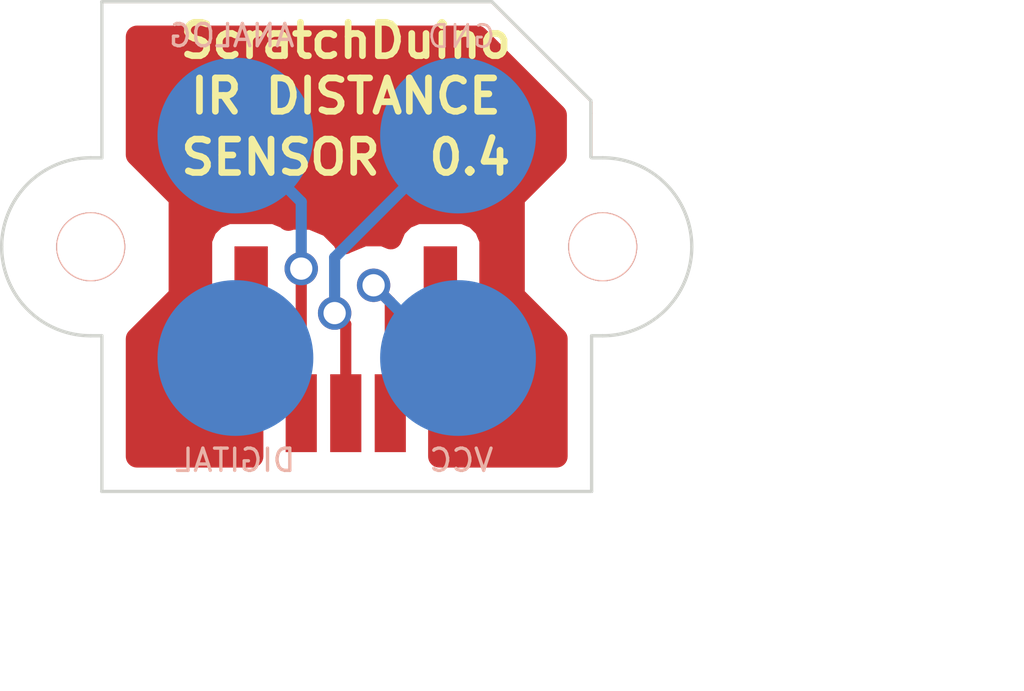
<source format=kicad_pcb>
(kicad_pcb (version 3) (host pcbnew "(2013-may-18)-stable")

  (general
    (links 3)
    (no_connects 0)
    (area 13.488999 31.464999 59.829 63.579)
    (thickness 1.6)
    (drawings 18)
    (tracks 16)
    (zones 0)
    (modules 2)
    (nets 4)
  )

  (page A3)
  (layers
    (15 F.Cu signal)
    (0 B.Cu signal)
    (16 B.Adhes user hide)
    (17 F.Adhes user hide)
    (18 B.Paste user)
    (19 F.Paste user)
    (20 B.SilkS user)
    (21 F.SilkS user)
    (22 B.Mask user hide)
    (23 F.Mask user)
    (24 Dwgs.User user hide)
    (25 Cmts.User user hide)
    (26 Eco1.User user hide)
    (27 Eco2.User user hide)
    (28 Edge.Cuts user)
  )

  (setup
    (last_trace_width 0.5)
    (trace_clearance 0.254)
    (zone_clearance 1)
    (zone_45_only no)
    (trace_min 0.254)
    (segment_width 0.2)
    (edge_width 0.15)
    (via_size 1.5)
    (via_drill 1)
    (via_min_size 0.889)
    (via_min_drill 0.508)
    (uvia_size 0.508)
    (uvia_drill 0.127)
    (uvias_allowed no)
    (uvia_min_size 0.508)
    (uvia_min_drill 0.127)
    (pcb_text_width 0.3)
    (pcb_text_size 1.5 1.5)
    (mod_edge_width 0.15)
    (mod_text_size 1.5 1.5)
    (mod_text_width 0.15)
    (pad_size 1.5 3.4)
    (pad_drill 0)
    (pad_to_mask_clearance 0.2)
    (aux_axis_origin 0 0)
    (visible_elements FFFFFFBF)
    (pcbplotparams
      (layerselection 284983297)
      (usegerberextensions false)
      (excludeedgelayer true)
      (linewidth 0.100000)
      (plotframeref false)
      (viasonmask false)
      (mode 1)
      (useauxorigin false)
      (hpglpennumber 1)
      (hpglpenspeed 20)
      (hpglpendiameter 15)
      (hpglpenoverlay 2)
      (psnegative false)
      (psa4output false)
      (plotreference true)
      (plotvalue true)
      (plotothertext true)
      (plotinvisibletext false)
      (padsonsilk false)
      (subtractmaskfromsilk false)
      (outputformat 1)
      (mirror false)
      (drillshape 0)
      (scaleselection 1)
      (outputdirectory PCB/))
  )

  (net 0 "")
  (net 1 N-000002)
  (net 2 N-000003)
  (net 3 N-000004)

  (net_class Default "Это класс цепей по умолчанию."
    (clearance 0.254)
    (trace_width 0.5)
    (via_dia 1.5)
    (via_drill 1)
    (uvia_dia 0.508)
    (uvia_drill 0.127)
    (add_net "")
    (add_net N-000002)
    (add_net N-000003)
    (add_net N-000004)
  )

  (module SENSOR (layer B.Cu) (tedit 562EF55B) (tstamp 56394494)
    (at 40.793 54.269 180)
    (path /55D7B367)
    (fp_text reference P3 (at 11.43 2.54 180) (layer B.SilkS) hide
      (effects (font (size 1 1) (thickness 0.15)) (justify mirror))
    )
    (fp_text value "" (at 11.293 21.269 180) (layer B.SilkS)
      (effects (font (size 1 1) (thickness 0.15)) (justify mirror))
    )
    (fp_text user DIGITAL (at 16.51 1.905 180) (layer B.SilkS)
      (effects (font (size 1 1) (thickness 0.15)) (justify mirror))
    )
    (fp_text user VCC (at 6.35 1.905 180) (layer B.SilkS)
      (effects (font (size 1 1) (thickness 0.15)) (justify mirror))
    )
    (fp_text user ANALOG (at 16.663 20.995 180) (layer B.SilkS)
      (effects (font (size 1 1) (thickness 0.15)) (justify mirror))
    )
    (fp_text user GND (at 6.35 20.955 180) (layer B.SilkS)
      (effects (font (size 1 1) (thickness 0.125)) (justify mirror))
    )
    (fp_line (start 23 15.5) (end 22.5 15.5) (layer B.SilkS) (width 0.1))
    (fp_line (start 22.5 15.5) (end 22.5 22.5) (layer B.SilkS) (width 0.1))
    (fp_line (start 22.5 0.5) (end 22.5 7.5) (layer B.SilkS) (width 0.1))
    (fp_line (start 22.5 7.5) (end 23 7.5) (layer B.SilkS) (width 0.1))
    (fp_line (start 0 7.5) (end 0.5 7.5) (layer B.SilkS) (width 0.1))
    (fp_line (start 0.5 7.5) (end 0.5 0.5) (layer B.SilkS) (width 0.1))
    (fp_line (start 0 15.5) (end 0.5 15.5) (layer B.SilkS) (width 0.1))
    (fp_line (start 0.5 15.5) (end 0.5 17.5) (layer B.SilkS) (width 0.1))
    (fp_arc (start 23 11.5) (end 27 11.5) (angle -90) (layer B.SilkS) (width 0.1))
    (fp_arc (start 23 11.5) (end 23 15.5) (angle -90) (layer B.SilkS) (width 0.1))
    (fp_arc (start 0 11.5) (end 0 7.5) (angle -90) (layer B.SilkS) (width 0.1))
    (fp_arc (start 0 11.5) (end -4 11.5) (angle -90) (layer B.SilkS) (width 0.1))
    (fp_circle (center 0 11.5) (end 1.5 11.5) (layer B.SilkS) (width 0.1))
    (fp_circle (center 23 11.5) (end 24.5 11.5) (layer B.SilkS) (width 0.1))
    (fp_line (start 0.5 17.5) (end 0.5 18) (layer B.SilkS) (width 0.1))
    (fp_line (start 0.5 18) (end 5 22.5) (layer B.SilkS) (width 0.1))
    (fp_line (start 5 22.5) (end 22.5 22.5) (layer B.SilkS) (width 0.1))
    (fp_line (start 22.5 0.5) (end 0.5 0.5) (layer B.SilkS) (width 0.1))
    (pad 2 smd circle (at 6.5 6.5 180) (size 7 7)
      (layers B.Cu B.Mask)
      (net 1 N-000002)
      (solder_mask_margin 0.1)
    )
    (pad 3 smd circle (at 16.5 6.5 180) (size 7 7)
      (layers B.Cu B.Mask)
    )
    (pad 1 smd circle (at 6.5 16.5 180) (size 7 7)
      (layers B.Cu B.Mask)
      (net 2 N-000003)
    )
    (pad 4 smd circle (at 16.5 16.5 180) (size 7 7)
      (layers B.Cu B.Mask)
      (net 3 N-000004)
    )
    (pad "" np_thru_hole circle (at 0 11.5 180) (size 3.1 3.1) (drill 3)
      (layers *.Cu *.Mask B.SilkS)
    )
    (pad "" np_thru_hole circle (at 23 11.5 180) (size 3.1 3.1) (drill 3)
      (layers *.Cu *.Mask B.SilkS)
    )
  )

  (module IRDISTANCEWIRE (layer F.Cu) (tedit 56393DF6) (tstamp 562EF423)
    (at 29.25 50.25)
    (path /562EDF95)
    (fp_text reference "" (at 23.5 12.25) (layer F.SilkS)
      (effects (font (size 1.5 1.5) (thickness 0.15)))
    )
    (fp_text value "" (at 30.25 5.25) (layer F.SilkS)
      (effects (font (size 1.5 1.5) (thickness 0.15)))
    )
    (pad 5 smd rect (at -4.25 -5.8) (size 1.5 3.4)
      (layers F.Cu F.Paste F.Mask)
    )
    (pad 1 smd rect (at 2 0) (size 1.4 3.5)
      (layers F.Cu F.Paste F.Mask)
      (net 1 N-000002)
    )
    (pad 2 smd rect (at 0 0) (size 1.4 3.5)
      (layers F.Cu F.Paste F.Mask)
      (net 2 N-000003)
    )
    (pad 3 smd rect (at -2 0) (size 1.4 3.5)
      (layers F.Cu F.Paste F.Mask)
      (net 3 N-000004)
    )
    (pad 4 smd rect (at 4.25 -5.8) (size 1.5 3.4)
      (layers F.Cu F.Paste F.Mask)
    )
  )

  (gr_line (start 40.259 38.735) (end 40.259 36.195) (angle 90) (layer Edge.Cuts) (width 0.15))
  (gr_line (start 35.814 31.75) (end 18.288 31.75) (angle 90) (layer Edge.Cuts) (width 0.15))
  (gr_line (start 40.259 36.195) (end 35.814 31.75) (angle 90) (layer Edge.Cuts) (width 0.15))
  (gr_text "IR DISTANCE" (at 29.25 36) (layer F.SilkS) (tstamp 562EE4B4)
    (effects (font (size 1.5 1.5) (thickness 0.3)))
  )
  (gr_text ScratchDuino (at 29.25 33.5) (layer F.SilkS) (tstamp 562E9609)
    (effects (font (size 1.5 1.5) (thickness 0.3)))
  )
  (gr_text "SENSOR  0.4" (at 29.25 38.75) (layer F.SilkS)
    (effects (font (size 1.5 1.5) (thickness 0.3)))
  )
  (gr_arc (start 17.793 42.769) (end 17.793 46.769) (angle 90) (layer Edge.Cuts) (width 0.15))
  (gr_arc (start 17.793 42.769) (end 13.793 42.769) (angle 90) (layer Edge.Cuts) (width 0.15))
  (gr_arc (start 40.793 42.769) (end 44.793 42.769) (angle 90) (layer Edge.Cuts) (width 0.15))
  (gr_arc (start 40.793 42.769) (end 40.793 38.769) (angle 90) (layer Edge.Cuts) (width 0.15))
  (gr_line (start 40.293 46.769) (end 40.793 46.769) (angle 90) (layer Edge.Cuts) (width 0.15))
  (gr_line (start 40.293 38.769) (end 40.793 38.769) (angle 90) (layer Edge.Cuts) (width 0.15))
  (gr_line (start 17.793 46.769) (end 18.293 46.769) (angle 90) (layer Edge.Cuts) (width 0.15))
  (gr_line (start 18.293 38.769) (end 17.793 38.769) (angle 90) (layer Edge.Cuts) (width 0.15))
  (gr_line (start 18.293 31.769) (end 18.293 38.769) (angle 90) (layer Edge.Cuts) (width 0.15))
  (gr_line (start 40.293 53.769) (end 40.293 46.769) (angle 90) (layer Edge.Cuts) (width 0.15))
  (gr_line (start 18.293 53.769) (end 40.293 53.769) (angle 90) (layer Edge.Cuts) (width 0.15))
  (gr_line (start 18.293 53.769) (end 18.293 46.769) (angle 90) (layer Edge.Cuts) (width 0.15))

  (segment (start 31.25 50.25) (end 31.25 45.25) (width 0.5) (layer F.Cu) (net 1) (status 400000))
  (segment (start 33.769 47.769) (end 34.293 47.769) (width 0.5) (layer B.Cu) (net 1) (tstamp 5639449B) (status C00000))
  (segment (start 30.5 44.5) (end 33.769 47.769) (width 0.5) (layer B.Cu) (net 1) (tstamp 5639449A) (status 800000))
  (via (at 30.5 44.5) (size 1.5) (layers F.Cu B.Cu) (net 1))
  (segment (start 31.25 45.25) (end 30.5 44.5) (width 0.5) (layer F.Cu) (net 1) (tstamp 56394498))
  (segment (start 29.25 50.25) (end 29.25 46.25) (width 0.5) (layer F.Cu) (net 2) (status 400000))
  (segment (start 34.231 37.769) (end 34.293 37.769) (width 0.5) (layer B.Cu) (net 2) (tstamp 563944A9) (status C00000))
  (segment (start 28.75 43.25) (end 34.231 37.769) (width 0.5) (layer B.Cu) (net 2) (tstamp 563944A8) (status 800000))
  (segment (start 28.75 45.75) (end 28.75 43.25) (width 0.5) (layer B.Cu) (net 2) (tstamp 563944A7))
  (via (at 28.75 45.75) (size 1.5) (layers F.Cu B.Cu) (net 2))
  (segment (start 29.25 46.25) (end 28.75 45.75) (width 0.5) (layer F.Cu) (net 2) (tstamp 563944A5))
  (segment (start 27.25 50.25) (end 27.25 43.75) (width 0.5) (layer F.Cu) (net 3) (status 400000))
  (segment (start 24.293 37.793) (end 24.293 37.769) (width 0.5) (layer B.Cu) (net 3) (tstamp 563944A2) (status C00000))
  (segment (start 27.25 40.75) (end 24.293 37.793) (width 0.5) (layer B.Cu) (net 3) (tstamp 563944A1) (status 800000))
  (segment (start 27.25 43.75) (end 27.25 40.75) (width 0.5) (layer B.Cu) (net 3) (tstamp 563944A0))
  (via (at 27.25 43.75) (size 1.5) (layers F.Cu B.Cu) (net 3))

  (zone (net 0) (net_name "") (layer F.Cu) (tstamp 562EE558) (hatch edge 0.508)
    (connect_pads (clearance 1))
    (min_thickness 1)
    (fill (arc_segments 16) (thermal_gap 1) (thermal_bridge_width 1.2))
    (polygon
      (pts
        (xy 40.293 53.769) (xy 18.293 53.769) (xy 18.293 46.769) (xy 19.293 46.769) (xy 21.293 44.769)
        (xy 21.293 40.769) (xy 19.293 38.769) (xy 18.293 38.769) (xy 18.288 31.75) (xy 35.814 31.75)
        (xy 40.259 36.195) (xy 40.293 38.769) (xy 39.293 38.769) (xy 37.293 40.769) (xy 37.293 44.769)
        (xy 39.293 46.769) (xy 40.293 46.769)
      )
    )
    (filled_polygon
      (pts
        (xy 38.718 52.194) (xy 33.44983 52.194) (xy 33.450259 51.702941) (xy 33.450259 48.202941) (xy 33.222379 47.651429)
        (xy 33.221211 47.650259) (xy 34.547059 47.650259) (xy 35.098571 47.422379) (xy 35.520896 47.000791) (xy 35.749738 46.449678)
        (xy 35.750259 45.852941) (xy 35.750259 43.047059) (xy 35.750259 42.452941) (xy 35.749739 42.451682) (xy 35.749738 42.450322)
        (xy 35.63578 42.175882) (xy 35.522379 41.901429) (xy 35.521418 41.900466) (xy 35.520896 41.899209) (xy 35.31066 41.689339)
        (xy 35.100791 41.479104) (xy 35.099533 41.478581) (xy 35.098571 41.477621) (xy 34.824117 41.364219) (xy 34.549678 41.250262)
        (xy 34.548317 41.25026) (xy 34.547059 41.249741) (xy 34.155822 41.249918) (xy 33.952941 41.249741) (xy 32.452941 41.249741)
        (xy 31.901429 41.477621) (xy 31.479104 41.899209) (xy 31.276842 42.386309) (xy 30.949516 42.250392) (xy 30.054411 42.24961)
        (xy 29.227142 42.591431) (xy 29.212026 42.606519) (xy 29.158569 42.477142) (xy 28.526187 41.843655) (xy 27.699516 41.500392)
        (xy 26.804411 41.49961) (xy 26.674744 41.553187) (xy 26.600791 41.479104) (xy 26.599533 41.478581) (xy 26.598571 41.477621)
        (xy 26.324117 41.364219) (xy 26.049678 41.250262) (xy 26.048317 41.25026) (xy 26.047059 41.249741) (xy 25.655822 41.249918)
        (xy 25.452941 41.249741) (xy 23.952941 41.249741) (xy 23.401429 41.477621) (xy 22.979104 41.899209) (xy 22.750262 42.450322)
        (xy 22.749741 43.047059) (xy 22.749741 45.852941) (xy 22.749741 46.447059) (xy 22.75026 46.448317) (xy 22.750262 46.449678)
        (xy 22.864219 46.724117) (xy 22.977621 46.998571) (xy 22.978581 46.999533) (xy 22.979104 47.000791) (xy 23.189339 47.21066)
        (xy 23.399209 47.420896) (xy 23.400466 47.421418) (xy 23.401429 47.422379) (xy 23.675882 47.53578) (xy 23.950322 47.649738)
        (xy 23.951682 47.649739) (xy 23.952941 47.650259) (xy 24.344177 47.650081) (xy 24.547059 47.650259) (xy 25.278668 47.650259)
        (xy 25.050262 48.200322) (xy 25.049741 48.797059) (xy 25.049741 52.194) (xy 19.868 52.194) (xy 19.868 46.901107)
        (xy 21.793 44.976107) (xy 21.793 40.561893) (xy 19.868 38.636893) (xy 19.868 33.325) (xy 35.161613 33.325)
        (xy 38.684 36.847386) (xy 38.684 38.670893) (xy 36.793 40.561893) (xy 36.793 44.976107) (xy 38.718 46.901107)
        (xy 38.718 52.194)
      )
    )
  )
)

</source>
